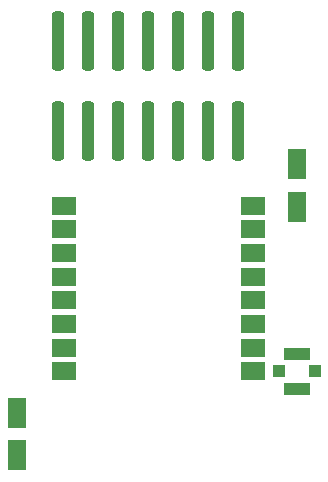
<source format=gbr>
%TF.GenerationSoftware,KiCad,Pcbnew,9.0.0*%
%TF.CreationDate,2025-05-16T16:34:18-03:00*%
%TF.ProjectId,V1A,5631412e-6b69-4636-9164-5f7063625858,rev?*%
%TF.SameCoordinates,Original*%
%TF.FileFunction,Paste,Top*%
%TF.FilePolarity,Positive*%
%FSLAX46Y46*%
G04 Gerber Fmt 4.6, Leading zero omitted, Abs format (unit mm)*
G04 Created by KiCad (PCBNEW 9.0.0) date 2025-05-16 16:34:18*
%MOMM*%
%LPD*%
G01*
G04 APERTURE LIST*
G04 Aperture macros list*
%AMRoundRect*
0 Rectangle with rounded corners*
0 $1 Rounding radius*
0 $2 $3 $4 $5 $6 $7 $8 $9 X,Y pos of 4 corners*
0 Add a 4 corners polygon primitive as box body*
4,1,4,$2,$3,$4,$5,$6,$7,$8,$9,$2,$3,0*
0 Add four circle primitives for the rounded corners*
1,1,$1+$1,$2,$3*
1,1,$1+$1,$4,$5*
1,1,$1+$1,$6,$7*
1,1,$1+$1,$8,$9*
0 Add four rect primitives between the rounded corners*
20,1,$1+$1,$2,$3,$4,$5,0*
20,1,$1+$1,$4,$5,$6,$7,0*
20,1,$1+$1,$6,$7,$8,$9,0*
20,1,$1+$1,$8,$9,$2,$3,0*%
G04 Aperture macros list end*
%ADD10R,2.000000X1.500000*%
%ADD11RoundRect,0.250000X0.550000X-1.050000X0.550000X1.050000X-0.550000X1.050000X-0.550000X-1.050000X0*%
%ADD12RoundRect,0.255000X-0.255000X2.245000X-0.255000X-2.245000X0.255000X-2.245000X0.255000X2.245000X0*%
%ADD13R,1.000000X1.000000*%
%ADD14R,2.200000X1.050000*%
G04 APERTURE END LIST*
D10*
%TO.C,RFM95W*%
X163245800Y-112755200D03*
X163245800Y-110755200D03*
X163245800Y-108755200D03*
X163245800Y-106755200D03*
X163245800Y-104755200D03*
X163245800Y-102755200D03*
X163245800Y-100755200D03*
X163245800Y-98755200D03*
X147245800Y-98755200D03*
X147245800Y-100755200D03*
X147245800Y-102755200D03*
X147245800Y-104755200D03*
X147245800Y-106755200D03*
X147245800Y-108755200D03*
X147245800Y-110755200D03*
X147245800Y-112755200D03*
%TD*%
D11*
%TO.C,REF\u002A\u002A*%
X167030400Y-98828000D03*
X167030400Y-95228000D03*
%TD*%
D12*
%TO.C,IDC 14*%
X161975859Y-84791463D03*
X161975859Y-92391463D03*
X159435859Y-84791463D03*
X159435859Y-92391463D03*
X156895859Y-84791463D03*
X156895859Y-92391463D03*
X154355859Y-84791463D03*
X154355859Y-92391463D03*
X151815859Y-84791463D03*
X151815859Y-92391463D03*
X149275859Y-84791463D03*
X149275859Y-92391463D03*
X146735859Y-84791463D03*
X146735859Y-92391463D03*
%TD*%
D11*
%TO.C,REF\u002A\u002A*%
X143306800Y-119862600D03*
X143306800Y-116262600D03*
%TD*%
D13*
%TO.C,REF\u002A\u002A*%
X165495859Y-112766463D03*
D14*
X166995859Y-111291463D03*
D13*
X168495859Y-112766463D03*
D14*
X166995859Y-114241463D03*
%TD*%
M02*

</source>
